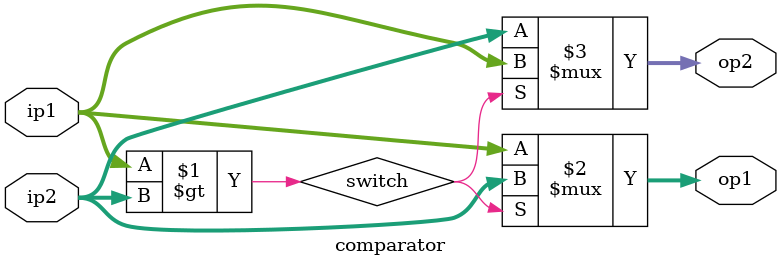
<source format=sv>
`timescale 1ns / 1ps
module comparator # (
	parameter WIDTH = 8
)
(
	input			[WIDTH-1:0]	    ip1,
	input			[WIDTH-1:0]     ip2,
	output     	    [WIDTH-1:0]	    op1,
	output          [WIDTH-1:0]     op2
);

wire    switch;

assign  switch  = (ip1 > ip2);
assign  op1     = (switch) ? ip2 : ip1;
assign  op2     = (switch) ? ip1 : ip2;


endmodule

</source>
